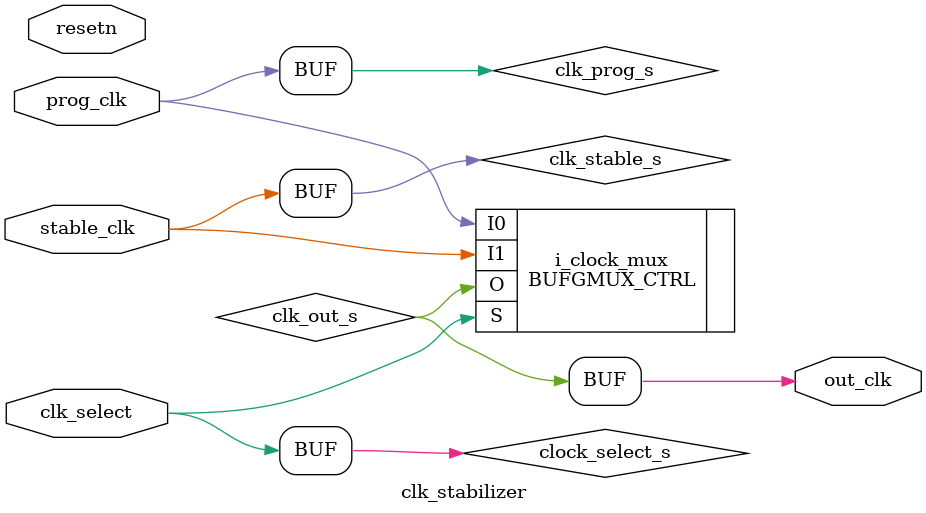
<source format=v>
`timescale 1ns / 1ps

module clk_stabilizer (
    input clk_select,
    output reg out_clk,
    input stable_clk,
    input prog_clk,
    input resetn

);

  assign clk_out_s = out_clk;
  assign clk_prog_s = prog_clk;
  assign clk_stable_s = stable_clk;
  assign clock_select_s = clk_select;

  BUFGMUX_CTRL i_clock_mux (
      .S (clock_select_s),
      .I0(clk_prog_s),
      .I1(clk_stable_s),
      .O (clk_out_s)
  );

  // Simulate waves
  // initial begin
  //   $dumpfile("dump.vcd");
  //   $dumpvars(1, clk_stabilizer);
  // end

endmodule

</source>
